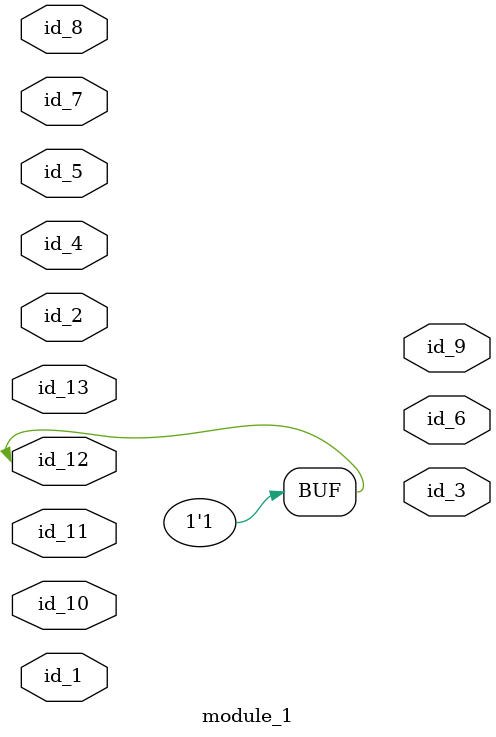
<source format=v>
module module_0 (
    id_1,
    id_2,
    id_3
);
  input wire id_3;
  output wire id_2;
  inout wire id_1;
  assign id_2 = id_3;
endmodule
module module_1 (
    id_1,
    id_2,
    id_3,
    id_4,
    id_5,
    id_6,
    id_7,
    id_8,
    id_9,
    id_10,
    id_11,
    id_12,
    id_13
);
  input wire id_13;
  inout wire id_12;
  input wire id_11;
  input wire id_10;
  output wire id_9;
  input wire id_8;
  input wire id_7;
  output wire id_6;
  input wire id_5;
  input wire id_4;
  output wire id_3;
  input wire id_2;
  input wire id_1;
  assign id_12 = 1;
  module_0 modCall_1 (
      id_12,
      id_12,
      id_8
  );
  wire id_14;
  wire id_15;
endmodule

</source>
